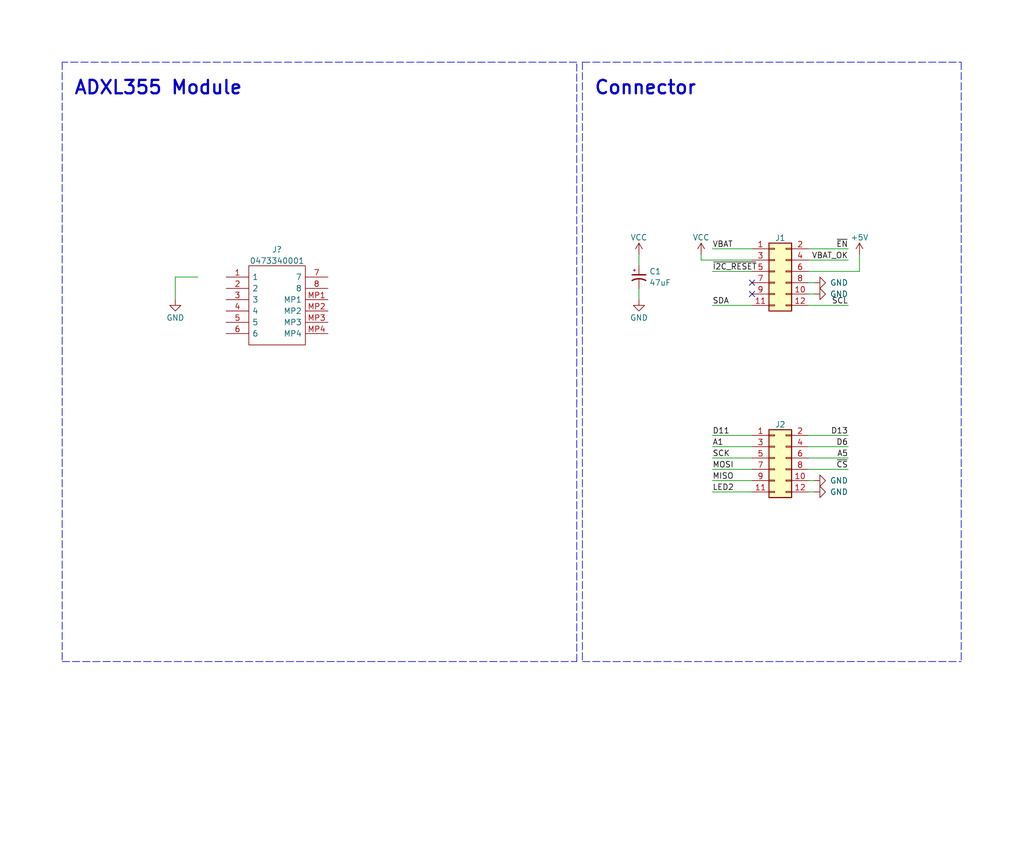
<source format=kicad_sch>
(kicad_sch (version 20211123) (generator eeschema)

  (uuid e63e39d7-6ac0-4ffd-8aa3-1841a4541b55)

  (paper "User" 229.997 194.996)

  (title_block
    (title "HexSense Svalbard - MCU module")
    (date "2023-05-25")
    (rev "V1")
    (company "MIT Media Lab")
    (comment 1 "Fangzheng Liu")
  )

  (lib_symbols
    (symbol "Connector_Generic:Conn_02x06_Odd_Even" (pin_names (offset 1.016) hide) (in_bom yes) (on_board yes)
      (property "Reference" "J" (id 0) (at 1.27 7.62 0)
        (effects (font (size 1.27 1.27)))
      )
      (property "Value" "Conn_02x06_Odd_Even" (id 1) (at 1.27 -10.16 0)
        (effects (font (size 1.27 1.27)))
      )
      (property "Footprint" "" (id 2) (at 0 0 0)
        (effects (font (size 1.27 1.27)) hide)
      )
      (property "Datasheet" "~" (id 3) (at 0 0 0)
        (effects (font (size 1.27 1.27)) hide)
      )
      (property "ki_keywords" "connector" (id 4) (at 0 0 0)
        (effects (font (size 1.27 1.27)) hide)
      )
      (property "ki_description" "Generic connector, double row, 02x06, odd/even pin numbering scheme (row 1 odd numbers, row 2 even numbers), script generated (kicad-library-utils/schlib/autogen/connector/)" (id 5) (at 0 0 0)
        (effects (font (size 1.27 1.27)) hide)
      )
      (property "ki_fp_filters" "Connector*:*_2x??_*" (id 6) (at 0 0 0)
        (effects (font (size 1.27 1.27)) hide)
      )
      (symbol "Conn_02x06_Odd_Even_1_1"
        (rectangle (start -1.27 -7.493) (end 0 -7.747)
          (stroke (width 0.1524) (type default) (color 0 0 0 0))
          (fill (type none))
        )
        (rectangle (start -1.27 -4.953) (end 0 -5.207)
          (stroke (width 0.1524) (type default) (color 0 0 0 0))
          (fill (type none))
        )
        (rectangle (start -1.27 -2.413) (end 0 -2.667)
          (stroke (width 0.1524) (type default) (color 0 0 0 0))
          (fill (type none))
        )
        (rectangle (start -1.27 0.127) (end 0 -0.127)
          (stroke (width 0.1524) (type default) (color 0 0 0 0))
          (fill (type none))
        )
        (rectangle (start -1.27 2.667) (end 0 2.413)
          (stroke (width 0.1524) (type default) (color 0 0 0 0))
          (fill (type none))
        )
        (rectangle (start -1.27 5.207) (end 0 4.953)
          (stroke (width 0.1524) (type default) (color 0 0 0 0))
          (fill (type none))
        )
        (rectangle (start -1.27 6.35) (end 3.81 -8.89)
          (stroke (width 0.254) (type default) (color 0 0 0 0))
          (fill (type background))
        )
        (rectangle (start 3.81 -7.493) (end 2.54 -7.747)
          (stroke (width 0.1524) (type default) (color 0 0 0 0))
          (fill (type none))
        )
        (rectangle (start 3.81 -4.953) (end 2.54 -5.207)
          (stroke (width 0.1524) (type default) (color 0 0 0 0))
          (fill (type none))
        )
        (rectangle (start 3.81 -2.413) (end 2.54 -2.667)
          (stroke (width 0.1524) (type default) (color 0 0 0 0))
          (fill (type none))
        )
        (rectangle (start 3.81 0.127) (end 2.54 -0.127)
          (stroke (width 0.1524) (type default) (color 0 0 0 0))
          (fill (type none))
        )
        (rectangle (start 3.81 2.667) (end 2.54 2.413)
          (stroke (width 0.1524) (type default) (color 0 0 0 0))
          (fill (type none))
        )
        (rectangle (start 3.81 5.207) (end 2.54 4.953)
          (stroke (width 0.1524) (type default) (color 0 0 0 0))
          (fill (type none))
        )
        (pin passive line (at -5.08 5.08 0) (length 3.81)
          (name "Pin_1" (effects (font (size 1.27 1.27))))
          (number "1" (effects (font (size 1.27 1.27))))
        )
        (pin passive line (at 7.62 -5.08 180) (length 3.81)
          (name "Pin_10" (effects (font (size 1.27 1.27))))
          (number "10" (effects (font (size 1.27 1.27))))
        )
        (pin passive line (at -5.08 -7.62 0) (length 3.81)
          (name "Pin_11" (effects (font (size 1.27 1.27))))
          (number "11" (effects (font (size 1.27 1.27))))
        )
        (pin passive line (at 7.62 -7.62 180) (length 3.81)
          (name "Pin_12" (effects (font (size 1.27 1.27))))
          (number "12" (effects (font (size 1.27 1.27))))
        )
        (pin passive line (at 7.62 5.08 180) (length 3.81)
          (name "Pin_2" (effects (font (size 1.27 1.27))))
          (number "2" (effects (font (size 1.27 1.27))))
        )
        (pin passive line (at -5.08 2.54 0) (length 3.81)
          (name "Pin_3" (effects (font (size 1.27 1.27))))
          (number "3" (effects (font (size 1.27 1.27))))
        )
        (pin passive line (at 7.62 2.54 180) (length 3.81)
          (name "Pin_4" (effects (font (size 1.27 1.27))))
          (number "4" (effects (font (size 1.27 1.27))))
        )
        (pin passive line (at -5.08 0 0) (length 3.81)
          (name "Pin_5" (effects (font (size 1.27 1.27))))
          (number "5" (effects (font (size 1.27 1.27))))
        )
        (pin passive line (at 7.62 0 180) (length 3.81)
          (name "Pin_6" (effects (font (size 1.27 1.27))))
          (number "6" (effects (font (size 1.27 1.27))))
        )
        (pin passive line (at -5.08 -2.54 0) (length 3.81)
          (name "Pin_7" (effects (font (size 1.27 1.27))))
          (number "7" (effects (font (size 1.27 1.27))))
        )
        (pin passive line (at 7.62 -2.54 180) (length 3.81)
          (name "Pin_8" (effects (font (size 1.27 1.27))))
          (number "8" (effects (font (size 1.27 1.27))))
        )
        (pin passive line (at -5.08 -5.08 0) (length 3.81)
          (name "Pin_9" (effects (font (size 1.27 1.27))))
          (number "9" (effects (font (size 1.27 1.27))))
        )
      )
    )
    (symbol "Device:C_Polarized_Small_US" (pin_numbers hide) (pin_names (offset 0.254) hide) (in_bom yes) (on_board yes)
      (property "Reference" "C" (id 0) (at 0.254 1.778 0)
        (effects (font (size 1.27 1.27)) (justify left))
      )
      (property "Value" "C_Polarized_Small_US" (id 1) (at 0.254 -2.032 0)
        (effects (font (size 1.27 1.27)) (justify left))
      )
      (property "Footprint" "" (id 2) (at 0 0 0)
        (effects (font (size 1.27 1.27)) hide)
      )
      (property "Datasheet" "~" (id 3) (at 0 0 0)
        (effects (font (size 1.27 1.27)) hide)
      )
      (property "ki_keywords" "cap capacitor" (id 4) (at 0 0 0)
        (effects (font (size 1.27 1.27)) hide)
      )
      (property "ki_description" "Polarized capacitor, small US symbol" (id 5) (at 0 0 0)
        (effects (font (size 1.27 1.27)) hide)
      )
      (property "ki_fp_filters" "CP_*" (id 6) (at 0 0 0)
        (effects (font (size 1.27 1.27)) hide)
      )
      (symbol "C_Polarized_Small_US_0_1"
        (polyline
          (pts
            (xy -1.524 0.508)
            (xy 1.524 0.508)
          )
          (stroke (width 0.3048) (type default) (color 0 0 0 0))
          (fill (type none))
        )
        (polyline
          (pts
            (xy -1.27 1.524)
            (xy -0.762 1.524)
          )
          (stroke (width 0) (type default) (color 0 0 0 0))
          (fill (type none))
        )
        (polyline
          (pts
            (xy -1.016 1.27)
            (xy -1.016 1.778)
          )
          (stroke (width 0) (type default) (color 0 0 0 0))
          (fill (type none))
        )
        (arc (start 1.524 -0.762) (mid 0 -0.3734) (end -1.524 -0.762)
          (stroke (width 0.3048) (type default) (color 0 0 0 0))
          (fill (type none))
        )
      )
      (symbol "C_Polarized_Small_US_1_1"
        (pin passive line (at 0 2.54 270) (length 2.032)
          (name "~" (effects (font (size 1.27 1.27))))
          (number "1" (effects (font (size 1.27 1.27))))
        )
        (pin passive line (at 0 -2.54 90) (length 2.032)
          (name "~" (effects (font (size 1.27 1.27))))
          (number "2" (effects (font (size 1.27 1.27))))
        )
      )
    )
    (symbol "SamacSys_Legacy:0473340001" (pin_names (offset 0.762)) (in_bom yes) (on_board yes)
      (property "Reference" "J" (id 0) (at 19.05 7.62 0)
        (effects (font (size 1.27 1.27)) (justify left))
      )
      (property "Value" "0473340001" (id 1) (at 19.05 5.08 0)
        (effects (font (size 1.27 1.27)) (justify left))
      )
      (property "Footprint" "0473340001" (id 2) (at 19.05 2.54 0)
        (effects (font (size 1.27 1.27)) (justify left) hide)
      )
      (property "Datasheet" "https://www.molex.com/pdm_docs/sd/473340001_sd.pdf" (id 3) (at 19.05 0 0)
        (effects (font (size 1.27 1.27)) (justify left) hide)
      )
      (property "Description" "Conn Micro SD Card HDR 8 POS 1.1mm Solder RA SMD microSD Card 0.5A/Contact T/R" (id 4) (at 19.05 -2.54 0)
        (effects (font (size 1.27 1.27)) (justify left) hide)
      )
      (property "Height" "2.03" (id 5) (at 19.05 -5.08 0)
        (effects (font (size 1.27 1.27)) (justify left) hide)
      )
      (property "Manufacturer_Name" "Molex" (id 6) (at 19.05 -7.62 0)
        (effects (font (size 1.27 1.27)) (justify left) hide)
      )
      (property "Manufacturer_Part_Number" "0473340001" (id 7) (at 19.05 -10.16 0)
        (effects (font (size 1.27 1.27)) (justify left) hide)
      )
      (property "Mouser Part Number" "N/A" (id 8) (at 19.05 -12.7 0)
        (effects (font (size 1.27 1.27)) (justify left) hide)
      )
      (property "Mouser Price/Stock" "https://www.mouser.co.uk/ProductDetail/Molex/0473340001?qs=PBcRNPEHKsq7N8s13HUHpA%3D%3D" (id 9) (at 19.05 -15.24 0)
        (effects (font (size 1.27 1.27)) (justify left) hide)
      )
      (property "Arrow Part Number" "0473340001" (id 10) (at 19.05 -17.78 0)
        (effects (font (size 1.27 1.27)) (justify left) hide)
      )
      (property "Arrow Price/Stock" "https://www.arrow.com/en/products/0473340001/molex?region=nac" (id 11) (at 19.05 -20.32 0)
        (effects (font (size 1.27 1.27)) (justify left) hide)
      )
      (property "ki_description" "Conn Micro SD Card HDR 8 POS 1.1mm Solder RA SMD microSD Card 0.5A/Contact T/R" (id 12) (at 0 0 0)
        (effects (font (size 1.27 1.27)) hide)
      )
      (symbol "0473340001_0_0"
        (pin passive line (at 0 0 0) (length 5.08)
          (name "1" (effects (font (size 1.27 1.27))))
          (number "1" (effects (font (size 1.27 1.27))))
        )
        (pin passive line (at 0 -2.54 0) (length 5.08)
          (name "2" (effects (font (size 1.27 1.27))))
          (number "2" (effects (font (size 1.27 1.27))))
        )
        (pin passive line (at 0 -5.08 0) (length 5.08)
          (name "3" (effects (font (size 1.27 1.27))))
          (number "3" (effects (font (size 1.27 1.27))))
        )
        (pin passive line (at 0 -7.62 0) (length 5.08)
          (name "4" (effects (font (size 1.27 1.27))))
          (number "4" (effects (font (size 1.27 1.27))))
        )
        (pin passive line (at 0 -10.16 0) (length 5.08)
          (name "5" (effects (font (size 1.27 1.27))))
          (number "5" (effects (font (size 1.27 1.27))))
        )
        (pin passive line (at 0 -12.7 0) (length 5.08)
          (name "6" (effects (font (size 1.27 1.27))))
          (number "6" (effects (font (size 1.27 1.27))))
        )
        (pin passive line (at 22.86 0 180) (length 5.08)
          (name "7" (effects (font (size 1.27 1.27))))
          (number "7" (effects (font (size 1.27 1.27))))
        )
        (pin passive line (at 22.86 -2.54 180) (length 5.08)
          (name "8" (effects (font (size 1.27 1.27))))
          (number "8" (effects (font (size 1.27 1.27))))
        )
        (pin passive line (at 22.86 -5.08 180) (length 5.08)
          (name "MP1" (effects (font (size 1.27 1.27))))
          (number "MP1" (effects (font (size 1.27 1.27))))
        )
        (pin passive line (at 22.86 -7.62 180) (length 5.08)
          (name "MP2" (effects (font (size 1.27 1.27))))
          (number "MP2" (effects (font (size 1.27 1.27))))
        )
        (pin passive line (at 22.86 -10.16 180) (length 5.08)
          (name "MP3" (effects (font (size 1.27 1.27))))
          (number "MP3" (effects (font (size 1.27 1.27))))
        )
        (pin passive line (at 22.86 -12.7 180) (length 5.08)
          (name "MP4" (effects (font (size 1.27 1.27))))
          (number "MP4" (effects (font (size 1.27 1.27))))
        )
      )
      (symbol "0473340001_0_1"
        (polyline
          (pts
            (xy 5.08 2.54)
            (xy 17.78 2.54)
            (xy 17.78 -15.24)
            (xy 5.08 -15.24)
            (xy 5.08 2.54)
          )
          (stroke (width 0.1524) (type default) (color 0 0 0 0))
          (fill (type none))
        )
      )
    )
    (symbol "power:+5V" (power) (pin_names (offset 0)) (in_bom yes) (on_board yes)
      (property "Reference" "#PWR" (id 0) (at 0 -3.81 0)
        (effects (font (size 1.27 1.27)) hide)
      )
      (property "Value" "+5V" (id 1) (at 0 3.556 0)
        (effects (font (size 1.27 1.27)))
      )
      (property "Footprint" "" (id 2) (at 0 0 0)
        (effects (font (size 1.27 1.27)) hide)
      )
      (property "Datasheet" "" (id 3) (at 0 0 0)
        (effects (font (size 1.27 1.27)) hide)
      )
      (property "ki_keywords" "power-flag" (id 4) (at 0 0 0)
        (effects (font (size 1.27 1.27)) hide)
      )
      (property "ki_description" "Power symbol creates a global label with name \"+5V\"" (id 5) (at 0 0 0)
        (effects (font (size 1.27 1.27)) hide)
      )
      (symbol "+5V_0_1"
        (polyline
          (pts
            (xy -0.762 1.27)
            (xy 0 2.54)
          )
          (stroke (width 0) (type default) (color 0 0 0 0))
          (fill (type none))
        )
        (polyline
          (pts
            (xy 0 0)
            (xy 0 2.54)
          )
          (stroke (width 0) (type default) (color 0 0 0 0))
          (fill (type none))
        )
        (polyline
          (pts
            (xy 0 2.54)
            (xy 0.762 1.27)
          )
          (stroke (width 0) (type default) (color 0 0 0 0))
          (fill (type none))
        )
      )
      (symbol "+5V_1_1"
        (pin power_in line (at 0 0 90) (length 0) hide
          (name "+5V" (effects (font (size 1.27 1.27))))
          (number "1" (effects (font (size 1.27 1.27))))
        )
      )
    )
    (symbol "power:GND" (power) (pin_names (offset 0)) (in_bom yes) (on_board yes)
      (property "Reference" "#PWR" (id 0) (at 0 -6.35 0)
        (effects (font (size 1.27 1.27)) hide)
      )
      (property "Value" "GND" (id 1) (at 0 -3.81 0)
        (effects (font (size 1.27 1.27)))
      )
      (property "Footprint" "" (id 2) (at 0 0 0)
        (effects (font (size 1.27 1.27)) hide)
      )
      (property "Datasheet" "" (id 3) (at 0 0 0)
        (effects (font (size 1.27 1.27)) hide)
      )
      (property "ki_keywords" "power-flag" (id 4) (at 0 0 0)
        (effects (font (size 1.27 1.27)) hide)
      )
      (property "ki_description" "Power symbol creates a global label with name \"GND\" , ground" (id 5) (at 0 0 0)
        (effects (font (size 1.27 1.27)) hide)
      )
      (symbol "GND_0_1"
        (polyline
          (pts
            (xy 0 0)
            (xy 0 -1.27)
            (xy 1.27 -1.27)
            (xy 0 -2.54)
            (xy -1.27 -1.27)
            (xy 0 -1.27)
          )
          (stroke (width 0) (type default) (color 0 0 0 0))
          (fill (type none))
        )
      )
      (symbol "GND_1_1"
        (pin power_in line (at 0 0 270) (length 0) hide
          (name "GND" (effects (font (size 1.27 1.27))))
          (number "1" (effects (font (size 1.27 1.27))))
        )
      )
    )
    (symbol "power:VCC" (power) (pin_names (offset 0)) (in_bom yes) (on_board yes)
      (property "Reference" "#PWR" (id 0) (at 0 -3.81 0)
        (effects (font (size 1.27 1.27)) hide)
      )
      (property "Value" "VCC" (id 1) (at 0 3.81 0)
        (effects (font (size 1.27 1.27)))
      )
      (property "Footprint" "" (id 2) (at 0 0 0)
        (effects (font (size 1.27 1.27)) hide)
      )
      (property "Datasheet" "" (id 3) (at 0 0 0)
        (effects (font (size 1.27 1.27)) hide)
      )
      (property "ki_keywords" "power-flag" (id 4) (at 0 0 0)
        (effects (font (size 1.27 1.27)) hide)
      )
      (property "ki_description" "Power symbol creates a global label with name \"VCC\"" (id 5) (at 0 0 0)
        (effects (font (size 1.27 1.27)) hide)
      )
      (symbol "VCC_0_1"
        (polyline
          (pts
            (xy -0.762 1.27)
            (xy 0 2.54)
          )
          (stroke (width 0) (type default) (color 0 0 0 0))
          (fill (type none))
        )
        (polyline
          (pts
            (xy 0 0)
            (xy 0 2.54)
          )
          (stroke (width 0) (type default) (color 0 0 0 0))
          (fill (type none))
        )
        (polyline
          (pts
            (xy 0 2.54)
            (xy 0.762 1.27)
          )
          (stroke (width 0) (type default) (color 0 0 0 0))
          (fill (type none))
        )
      )
      (symbol "VCC_1_1"
        (pin power_in line (at 0 0 90) (length 0) hide
          (name "VCC" (effects (font (size 1.27 1.27))))
          (number "1" (effects (font (size 1.27 1.27))))
        )
      )
    )
  )


  (no_connect (at 168.91 63.5) (uuid 2f1bd44e-32d5-43ab-b277-fdf842f35dd6))
  (no_connect (at 168.91 66.04) (uuid 2f1bd44e-32d5-43ab-b277-fdf842f35dd7))

  (wire (pts (xy 160.02 107.95) (xy 168.91 107.95))
    (stroke (width 0) (type default) (color 0 0 0 0))
    (uuid 0fa9183f-5369-426b-9498-5645797922df)
  )
  (wire (pts (xy 143.51 64.77) (xy 143.51 67.31))
    (stroke (width 0) (type default) (color 0 0 0 0))
    (uuid 16dcf32f-7580-4382-a7dc-620372c0d9ab)
  )
  (wire (pts (xy 193.04 60.96) (xy 193.04 57.15))
    (stroke (width 0) (type default) (color 0 0 0 0))
    (uuid 1701e939-2a6c-4185-9428-4d71b6f2b400)
  )
  (wire (pts (xy 39.37 62.23) (xy 44.45 62.23))
    (stroke (width 0) (type default) (color 0 0 0 0))
    (uuid 1d1828e0-ef6a-4d62-86f7-04de80195c59)
  )
  (wire (pts (xy 181.61 107.95) (xy 182.88 107.95))
    (stroke (width 0) (type default) (color 0 0 0 0))
    (uuid 1d632da4-c543-4d80-b642-0354a56e2d07)
  )
  (wire (pts (xy 181.61 66.04) (xy 182.88 66.04))
    (stroke (width 0) (type default) (color 0 0 0 0))
    (uuid 22bff00e-e419-4092-a2b8-c1f232a8e641)
  )
  (wire (pts (xy 160.02 55.88) (xy 168.91 55.88))
    (stroke (width 0) (type default) (color 0 0 0 0))
    (uuid 3367972f-528d-4624-89f4-0b3b2f6850f4)
  )
  (polyline (pts (xy 129.54 148.59) (xy 129.54 13.97))
    (stroke (width 0) (type default) (color 0 0 0 0))
    (uuid 35eab331-86c6-4cb6-9184-78f5a185c17a)
  )

  (wire (pts (xy 160.02 68.58) (xy 168.91 68.58))
    (stroke (width 0) (type default) (color 0 0 0 0))
    (uuid 5644d770-110b-4322-a561-85e83bfe8b36)
  )
  (polyline (pts (xy 130.81 13.97) (xy 130.81 148.59))
    (stroke (width 0) (type default) (color 0 0 0 0))
    (uuid 5bebda4e-b5da-48c2-ac93-396c4bf2e3fd)
  )

  (wire (pts (xy 181.61 105.41) (xy 190.5 105.41))
    (stroke (width 0) (type default) (color 0 0 0 0))
    (uuid 640f9653-4ed5-42e7-bbea-eab563e0845a)
  )
  (wire (pts (xy 39.37 67.31) (xy 39.37 62.23))
    (stroke (width 0) (type default) (color 0 0 0 0))
    (uuid 7cfb6280-7b79-495c-8176-08dad93c3f74)
  )
  (polyline (pts (xy 130.81 13.97) (xy 215.9 13.97))
    (stroke (width 0) (type default) (color 0 0 0 0))
    (uuid 87e5f432-bb64-491c-8ee2-a5cebd1952e2)
  )

  (wire (pts (xy 181.61 97.79) (xy 190.5 97.79))
    (stroke (width 0) (type default) (color 0 0 0 0))
    (uuid 885e6c63-c79d-42e9-b6d0-2a7504f5ceb0)
  )
  (wire (pts (xy 181.61 55.88) (xy 190.5 55.88))
    (stroke (width 0) (type default) (color 0 0 0 0))
    (uuid a77c3986-b378-46c6-afe3-f8cddd34e442)
  )
  (wire (pts (xy 181.61 102.87) (xy 190.5 102.87))
    (stroke (width 0) (type default) (color 0 0 0 0))
    (uuid b714ccda-473d-49a2-8647-2e3451ae4af3)
  )
  (wire (pts (xy 160.02 105.41) (xy 168.91 105.41))
    (stroke (width 0) (type default) (color 0 0 0 0))
    (uuid b800fd66-f8b2-4a8f-8179-bef154ad4388)
  )
  (wire (pts (xy 181.61 58.42) (xy 190.5 58.42))
    (stroke (width 0) (type default) (color 0 0 0 0))
    (uuid beebf9aa-51a4-4d3a-8987-b0152db26238)
  )
  (wire (pts (xy 181.61 110.49) (xy 182.88 110.49))
    (stroke (width 0) (type default) (color 0 0 0 0))
    (uuid bfe5a673-1e36-4a91-9395-3214380a9c9e)
  )
  (wire (pts (xy 181.61 68.58) (xy 190.5 68.58))
    (stroke (width 0) (type default) (color 0 0 0 0))
    (uuid c1eefc4b-76f4-40c3-b933-ab586706af53)
  )
  (wire (pts (xy 157.48 58.42) (xy 168.91 58.42))
    (stroke (width 0) (type default) (color 0 0 0 0))
    (uuid c4834d81-f22e-4543-ac7e-e294dc90c293)
  )
  (polyline (pts (xy 13.97 13.97) (xy 13.97 148.59))
    (stroke (width 0) (type default) (color 0 0 0 0))
    (uuid c50735f4-6020-400c-a452-2ae81a0d9fc9)
  )

  (wire (pts (xy 157.48 57.15) (xy 157.48 58.42))
    (stroke (width 0) (type default) (color 0 0 0 0))
    (uuid c58b63bb-5fad-497c-a5b0-5d27c9481220)
  )
  (wire (pts (xy 160.02 110.49) (xy 168.91 110.49))
    (stroke (width 0) (type default) (color 0 0 0 0))
    (uuid c5a5306e-835a-4857-a54d-52666a5e97e5)
  )
  (wire (pts (xy 181.61 63.5) (xy 182.88 63.5))
    (stroke (width 0) (type default) (color 0 0 0 0))
    (uuid c78dfecd-9bbd-4662-b3cf-1de3a4cb4c20)
  )
  (wire (pts (xy 143.51 57.15) (xy 143.51 59.69))
    (stroke (width 0) (type default) (color 0 0 0 0))
    (uuid cb446f24-6e4f-4857-8494-c290a671a94f)
  )
  (wire (pts (xy 181.61 60.96) (xy 193.04 60.96))
    (stroke (width 0) (type default) (color 0 0 0 0))
    (uuid d0743969-cee8-4bc9-a1b3-365d533d720f)
  )
  (wire (pts (xy 181.61 100.33) (xy 190.5 100.33))
    (stroke (width 0) (type default) (color 0 0 0 0))
    (uuid d3ceafe9-21fe-40d6-96ff-2b41c0e51db7)
  )
  (polyline (pts (xy 129.54 13.97) (xy 13.97 13.97))
    (stroke (width 0) (type default) (color 0 0 0 0))
    (uuid e0d41972-4853-44c3-b56e-2e6e5e611045)
  )

  (wire (pts (xy 160.02 60.96) (xy 168.91 60.96))
    (stroke (width 0) (type default) (color 0 0 0 0))
    (uuid f0d73c50-92e8-4b97-a2e7-897738ec266d)
  )
  (polyline (pts (xy 215.9 13.97) (xy 215.9 148.59))
    (stroke (width 0) (type default) (color 0 0 0 0))
    (uuid f3d7fa48-431a-4b3f-97d9-b88d92b44bad)
  )

  (wire (pts (xy 160.02 97.79) (xy 168.91 97.79))
    (stroke (width 0) (type default) (color 0 0 0 0))
    (uuid f3f91864-7639-425e-a447-c9c5efe1dc4c)
  )
  (wire (pts (xy 160.02 100.33) (xy 168.91 100.33))
    (stroke (width 0) (type default) (color 0 0 0 0))
    (uuid f41f8392-40ca-4efc-87ae-4f4c1e90357c)
  )
  (wire (pts (xy 160.02 102.87) (xy 168.91 102.87))
    (stroke (width 0) (type default) (color 0 0 0 0))
    (uuid f9c292e5-c6ed-478b-b8e1-da89018080ce)
  )
  (polyline (pts (xy 13.97 148.59) (xy 129.54 148.59))
    (stroke (width 0) (type default) (color 0 0 0 0))
    (uuid f9edafc5-53e1-4c43-8957-d21f40780481)
  )
  (polyline (pts (xy 130.81 148.59) (xy 215.9 148.59))
    (stroke (width 0) (type default) (color 0 0 0 0))
    (uuid feacfcb0-6b03-43d4-a28a-5a550a573217)
  )

  (text "ADXL355 Module" (at 16.51 21.59 0)
    (effects (font (size 3 3) (thickness 0.508) bold) (justify left bottom))
    (uuid 2bcf2398-81f3-4114-ae64-1b97f6217a90)
  )
  (text "Connector" (at 133.35 21.59 0)
    (effects (font (size 3 3) (thickness 0.508) bold) (justify left bottom))
    (uuid 98beb101-a225-4bb4-8ab1-1ade8805a442)
  )

  (label "D6" (at 190.5 100.33 180)
    (effects (font (size 1.27 1.27)) (justify right bottom))
    (uuid 512eb551-e759-4907-8d91-7851a993543e)
  )
  (label "~{EN}" (at 190.5 55.88 180)
    (effects (font (size 1.27 1.27)) (justify right bottom))
    (uuid 5ca16bdb-9d6b-42a1-b6d5-ced6d40dbb40)
  )
  (label "D13" (at 190.5 97.79 180)
    (effects (font (size 1.27 1.27)) (justify right bottom))
    (uuid 75ba5d81-138b-449a-ada2-797299d653eb)
  )
  (label "~{CS}" (at 190.5 105.41 180)
    (effects (font (size 1.27 1.27)) (justify right bottom))
    (uuid 8422435f-de89-4367-9766-718635b14e2b)
  )
  (label "LED2" (at 160.02 110.49 0)
    (effects (font (size 1.27 1.27)) (justify left bottom))
    (uuid 857f5d45-6cbf-47f0-8f00-f1dc5390e57f)
  )
  (label "VBAT" (at 160.02 55.88 0)
    (effects (font (size 1.27 1.27)) (justify left bottom))
    (uuid 8caed229-877e-4ee1-aa34-e339fd278f8d)
  )
  (label "A1" (at 160.02 100.33 0)
    (effects (font (size 1.27 1.27)) (justify left bottom))
    (uuid a175f85d-eb0c-41f5-a419-44db2be454cb)
  )
  (label "VBAT_OK" (at 190.5 58.42 180)
    (effects (font (size 1.27 1.27)) (justify right bottom))
    (uuid a2087542-ce6f-418d-af18-feeecd67ad58)
  )
  (label "~{I2C_RESET}" (at 160.02 60.96 0)
    (effects (font (size 1.27 1.27)) (justify left bottom))
    (uuid acce2396-cc0f-49b8-9df3-4bee59c4dbf0)
  )
  (label "D11" (at 160.02 97.79 0)
    (effects (font (size 1.27 1.27)) (justify left bottom))
    (uuid ae02a426-d072-4589-9326-8df3961e6e58)
  )
  (label "SCK" (at 160.02 102.87 0)
    (effects (font (size 1.27 1.27)) (justify left bottom))
    (uuid ae86607a-3c4d-40d9-a217-4f8618114f41)
  )
  (label "A5" (at 190.5 102.87 180)
    (effects (font (size 1.27 1.27)) (justify right bottom))
    (uuid bb1dbaea-5c64-447f-9bff-9914a70df7be)
  )
  (label "SDA" (at 160.02 68.58 0)
    (effects (font (size 1.27 1.27)) (justify left bottom))
    (uuid cd723087-d0b9-4b16-ab67-fa0208eeb466)
  )
  (label "MISO" (at 160.02 107.95 0)
    (effects (font (size 1.27 1.27)) (justify left bottom))
    (uuid d83a50e1-8841-4812-b4ec-1db5a9384ca5)
  )
  (label "MOSI" (at 160.02 105.41 0)
    (effects (font (size 1.27 1.27)) (justify left bottom))
    (uuid eb8d91a0-d563-4d61-b1ec-9aa9ba7e0e68)
  )
  (label "SCL" (at 190.5 68.58 180)
    (effects (font (size 1.27 1.27)) (justify right bottom))
    (uuid f66d2961-192f-4741-ac8f-3f81d2d455da)
  )

  (symbol (lib_id "power:+5V") (at 193.04 57.15 0) (unit 1)
    (in_bom yes) (on_board yes)
    (uuid 077154ae-63ba-4e17-937b-11d800213d20)
    (property "Reference" "#PWR0123" (id 0) (at 193.04 60.96 0)
      (effects (font (size 1.27 1.27)) hide)
    )
    (property "Value" "+5V" (id 1) (at 191.008 53.34 0)
      (effects (font (size 1.27 1.27)) (justify left))
    )
    (property "Footprint" "" (id 2) (at 193.04 57.15 0)
      (effects (font (size 1.27 1.27)) hide)
    )
    (property "Datasheet" "" (id 3) (at 193.04 57.15 0)
      (effects (font (size 1.27 1.27)) hide)
    )
    (pin "1" (uuid 48d1bfa4-5e4a-45d3-b101-1d516d816429))
  )

  (symbol (lib_id "power:VCC") (at 143.51 57.15 0) (unit 1)
    (in_bom yes) (on_board yes)
    (uuid 21a79b71-cf76-4427-aaa1-4ac76f132939)
    (property "Reference" "#PWR0103" (id 0) (at 143.51 60.96 0)
      (effects (font (size 1.27 1.27)) hide)
    )
    (property "Value" "VCC" (id 1) (at 145.415 53.34 0)
      (effects (font (size 1.27 1.27)) (justify right))
    )
    (property "Footprint" "" (id 2) (at 143.51 57.15 0)
      (effects (font (size 1.27 1.27)) hide)
    )
    (property "Datasheet" "" (id 3) (at 143.51 57.15 0)
      (effects (font (size 1.27 1.27)) hide)
    )
    (pin "1" (uuid b72e706a-fef6-49dd-a2e8-78c2142c1616))
  )

  (symbol (lib_id "power:GND") (at 182.88 63.5 90) (unit 1)
    (in_bom yes) (on_board yes)
    (uuid 3d791a93-1cfb-4db2-91b3-8fa12873fe3b)
    (property "Reference" "#PWR0131" (id 0) (at 189.23 63.5 0)
      (effects (font (size 1.27 1.27)) hide)
    )
    (property "Value" "GND" (id 1) (at 190.5 63.5 90)
      (effects (font (size 1.27 1.27)) (justify left))
    )
    (property "Footprint" "" (id 2) (at 182.88 63.5 0)
      (effects (font (size 1.27 1.27)) hide)
    )
    (property "Datasheet" "" (id 3) (at 182.88 63.5 0)
      (effects (font (size 1.27 1.27)) hide)
    )
    (pin "1" (uuid 3ade5763-05f0-4356-90bf-20ab5cc2d905))
  )

  (symbol (lib_id "SamacSys_Legacy:0473340001") (at 50.8 62.23 0) (unit 1)
    (in_bom yes) (on_board yes) (fields_autoplaced)
    (uuid 4bd4e031-a380-4b97-a2bb-6ffdefb95376)
    (property "Reference" "J?" (id 0) (at 62.23 56.041 0))
    (property "Value" "0473340001" (id 1) (at 62.23 58.5779 0))
    (property "Footprint" "0473340001" (id 2) (at 69.85 59.69 0)
      (effects (font (size 1.27 1.27)) (justify left) hide)
    )
    (property "Datasheet" "https://www.molex.com/pdm_docs/sd/473340001_sd.pdf" (id 3) (at 69.85 62.23 0)
      (effects (font (size 1.27 1.27)) (justify left) hide)
    )
    (property "Description" "Conn Micro SD Card HDR 8 POS 1.1mm Solder RA SMD microSD Card 0.5A/Contact T/R" (id 4) (at 69.85 64.77 0)
      (effects (font (size 1.27 1.27)) (justify left) hide)
    )
    (property "Height" "2.03" (id 5) (at 69.85 67.31 0)
      (effects (font (size 1.27 1.27)) (justify left) hide)
    )
    (property "Manufacturer_Name" "Molex" (id 6) (at 69.85 69.85 0)
      (effects (font (size 1.27 1.27)) (justify left) hide)
    )
    (property "Manufacturer_Part_Number" "0473340001" (id 7) (at 69.85 72.39 0)
      (effects (font (size 1.27 1.27)) (justify left) hide)
    )
    (property "Mouser Part Number" "N/A" (id 8) (at 69.85 74.93 0)
      (effects (font (size 1.27 1.27)) (justify left) hide)
    )
    (property "Mouser Price/Stock" "https://www.mouser.co.uk/ProductDetail/Molex/0473340001?qs=PBcRNPEHKsq7N8s13HUHpA%3D%3D" (id 9) (at 69.85 77.47 0)
      (effects (font (size 1.27 1.27)) (justify left) hide)
    )
    (property "Arrow Part Number" "0473340001" (id 10) (at 69.85 80.01 0)
      (effects (font (size 1.27 1.27)) (justify left) hide)
    )
    (property "Arrow Price/Stock" "https://www.arrow.com/en/products/0473340001/molex?region=nac" (id 11) (at 69.85 82.55 0)
      (effects (font (size 1.27 1.27)) (justify left) hide)
    )
    (pin "1" (uuid 69e98363-2df6-486f-9ff7-2297d6bfd083))
    (pin "2" (uuid 85c22c96-8aa9-4729-b651-96556c3913e3))
    (pin "3" (uuid f70c27a4-0610-4bf3-81ca-cf27821e70a7))
    (pin "4" (uuid ecd63aa9-c0bc-4c36-8bc9-03b8eab6ad59))
    (pin "5" (uuid 43f74e43-55b7-4fe9-8c02-54741cb68671))
    (pin "6" (uuid 054863d5-7e10-41d4-a646-2a858ec7ceff))
    (pin "7" (uuid 3d5b62d6-49aa-432f-a5c6-cbb1891b0055))
    (pin "8" (uuid 58017232-9d7d-49d5-9831-e20babc97c1a))
    (pin "MP1" (uuid 8bb178d5-a2ca-4502-8601-3d181150c3b6))
    (pin "MP2" (uuid b849c879-8aa2-4aef-88eb-e2294cabc69f))
    (pin "MP3" (uuid 610ff452-4197-4517-81ff-20199023d33e))
    (pin "MP4" (uuid 809f70fd-374c-4d5c-9cab-d8e44fa2006c))
  )

  (symbol (lib_id "power:GND") (at 143.51 67.31 0) (unit 1)
    (in_bom yes) (on_board yes)
    (uuid 81f92f94-905d-4d4a-b9b1-d3e4eb867366)
    (property "Reference" "#PWR0104" (id 0) (at 143.51 73.66 0)
      (effects (font (size 1.27 1.27)) hide)
    )
    (property "Value" "GND" (id 1) (at 141.478 71.374 0)
      (effects (font (size 1.27 1.27)) (justify left))
    )
    (property "Footprint" "" (id 2) (at 143.51 67.31 0)
      (effects (font (size 1.27 1.27)) hide)
    )
    (property "Datasheet" "" (id 3) (at 143.51 67.31 0)
      (effects (font (size 1.27 1.27)) hide)
    )
    (pin "1" (uuid 263edeb8-f71c-4029-9c72-8accc72104cf))
  )

  (symbol (lib_id "power:GND") (at 182.88 110.49 90) (unit 1)
    (in_bom yes) (on_board yes)
    (uuid a2025b95-4a5d-4f9a-8a4b-be313bd1c08a)
    (property "Reference" "#PWR0125" (id 0) (at 189.23 110.49 0)
      (effects (font (size 1.27 1.27)) hide)
    )
    (property "Value" "GND" (id 1) (at 190.5 110.49 90)
      (effects (font (size 1.27 1.27)) (justify left))
    )
    (property "Footprint" "" (id 2) (at 182.88 110.49 0)
      (effects (font (size 1.27 1.27)) hide)
    )
    (property "Datasheet" "" (id 3) (at 182.88 110.49 0)
      (effects (font (size 1.27 1.27)) hide)
    )
    (pin "1" (uuid 5e6c863e-abe8-41fb-b4eb-440645e62c98))
  )

  (symbol (lib_id "power:GND") (at 39.37 67.31 0) (unit 1)
    (in_bom yes) (on_board yes)
    (uuid ae0aa6fa-5a30-415e-a8c0-a24e3478742e)
    (property "Reference" "#PWR0101" (id 0) (at 39.37 73.66 0)
      (effects (font (size 1.27 1.27)) hide)
    )
    (property "Value" "GND" (id 1) (at 37.338 71.374 0)
      (effects (font (size 1.27 1.27)) (justify left))
    )
    (property "Footprint" "" (id 2) (at 39.37 67.31 0)
      (effects (font (size 1.27 1.27)) hide)
    )
    (property "Datasheet" "" (id 3) (at 39.37 67.31 0)
      (effects (font (size 1.27 1.27)) hide)
    )
    (pin "1" (uuid 011178d6-4025-413b-baf9-cf0b6cfe3bd2))
  )

  (symbol (lib_id "Connector_Generic:Conn_02x06_Odd_Even") (at 173.99 60.96 0) (unit 1)
    (in_bom yes) (on_board yes) (fields_autoplaced)
    (uuid c386bdec-db56-4cdc-95ab-3b7cb75b27b7)
    (property "Reference" "J1" (id 0) (at 175.26 53.4472 0))
    (property "Value" "Conn_02x06_Odd_Even" (id 1) (at 175.26 53.4471 0)
      (effects (font (size 1.27 1.27)) hide)
    )
    (property "Footprint" "Connector_PinHeader_2.54mm:PinHeader_2x06_P2.54mm_Vertical" (id 2) (at 173.99 60.96 0)
      (effects (font (size 1.27 1.27)) hide)
    )
    (property "Datasheet" "~" (id 3) (at 173.99 60.96 0)
      (effects (font (size 1.27 1.27)) hide)
    )
    (pin "1" (uuid 0a1a4990-8479-4185-8afb-36b478492a41))
    (pin "10" (uuid 0ebe1bf8-94e1-4a99-b976-3001b99dc87f))
    (pin "11" (uuid a70a9cf8-3edb-4508-a4cd-62108162141f))
    (pin "12" (uuid 0886a30f-e41f-4ac8-9539-5aec9d57bb3c))
    (pin "2" (uuid 59a89543-b4f1-43e5-8323-ad6b0255130b))
    (pin "3" (uuid 5904525e-cf10-41ca-ab9e-2230d5b553f7))
    (pin "4" (uuid cd4fb11d-eeaf-4534-8bd2-5998f70f4a20))
    (pin "5" (uuid 4a49ca30-9033-41cf-b8ec-cbd21b87abc6))
    (pin "6" (uuid 363963ae-47b2-4b97-8277-658870d876c3))
    (pin "7" (uuid 124b604e-a35c-42da-90a3-9364e177b789))
    (pin "8" (uuid a96c3336-7f1a-420b-8e44-76288db91019))
    (pin "9" (uuid 736dfeb7-d609-4343-8bc3-2d0e604fec24))
  )

  (symbol (lib_id "Connector_Generic:Conn_02x06_Odd_Even") (at 173.99 102.87 0) (unit 1)
    (in_bom yes) (on_board yes) (fields_autoplaced)
    (uuid da67eb8f-d190-4853-9bcd-13c3f8d95049)
    (property "Reference" "J2" (id 0) (at 175.26 95.3572 0))
    (property "Value" "Conn_02x06_Odd_Even" (id 1) (at 175.26 95.3571 0)
      (effects (font (size 1.27 1.27)) hide)
    )
    (property "Footprint" "Connector_PinHeader_2.54mm:PinHeader_2x06_P2.54mm_Vertical" (id 2) (at 173.99 102.87 0)
      (effects (font (size 1.27 1.27)) hide)
    )
    (property "Datasheet" "~" (id 3) (at 173.99 102.87 0)
      (effects (font (size 1.27 1.27)) hide)
    )
    (pin "1" (uuid cc5da0b4-8759-4b8a-8123-2193a4024984))
    (pin "10" (uuid 55393fe3-900d-4ea8-ad24-187fed22e2f0))
    (pin "11" (uuid dea36dd6-302b-4bfa-bfb7-360d90ee3ac9))
    (pin "12" (uuid d4ec086d-c2b2-49b4-931a-ab4558d408a6))
    (pin "2" (uuid 455c3bba-8004-4dd3-8b8d-68cfb76c0011))
    (pin "3" (uuid e69b097a-6955-4bbe-a8ff-888f3240d657))
    (pin "4" (uuid 0b77edfb-0f1c-4401-806f-41c5dc703c15))
    (pin "5" (uuid 00b4a912-cf23-4ccd-808f-176624efe9a6))
    (pin "6" (uuid 6c2d6412-61b7-46e9-8450-c31f35bb4b78))
    (pin "7" (uuid e62fc767-8830-42bc-9d56-bb1528fccb6c))
    (pin "8" (uuid afc1acd8-49cf-458c-9c0b-b1863439490a))
    (pin "9" (uuid 2548c587-7588-4529-b7ad-54df09e2fa0a))
  )

  (symbol (lib_id "power:VCC") (at 157.48 57.15 0) (unit 1)
    (in_bom yes) (on_board yes)
    (uuid e3e96f33-6ea0-4b18-a389-b593e14feda5)
    (property "Reference" "#PWR0122" (id 0) (at 157.48 60.96 0)
      (effects (font (size 1.27 1.27)) hide)
    )
    (property "Value" "VCC" (id 1) (at 159.385 53.34 0)
      (effects (font (size 1.27 1.27)) (justify right))
    )
    (property "Footprint" "" (id 2) (at 157.48 57.15 0)
      (effects (font (size 1.27 1.27)) hide)
    )
    (property "Datasheet" "" (id 3) (at 157.48 57.15 0)
      (effects (font (size 1.27 1.27)) hide)
    )
    (pin "1" (uuid e1cbe065-994c-4870-8fbd-dcdd3d7256b8))
  )

  (symbol (lib_id "Device:C_Polarized_Small_US") (at 143.51 62.23 0) (unit 1)
    (in_bom yes) (on_board yes) (fields_autoplaced)
    (uuid f5b4ce4d-def8-4915-8a86-89895aacbc57)
    (property "Reference" "C1" (id 0) (at 145.8214 60.9635 0)
      (effects (font (size 1.27 1.27)) (justify left))
    )
    (property "Value" "47uF" (id 1) (at 145.8214 63.5004 0)
      (effects (font (size 1.27 1.27)) (justify left))
    )
    (property "Footprint" "LED_SMD:LED_0805_2012Metric_Pad1.15x1.40mm_HandSolder" (id 2) (at 143.51 62.23 0)
      (effects (font (size 1.27 1.27)) hide)
    )
    (property "Datasheet" "~" (id 3) (at 143.51 62.23 0)
      (effects (font (size 1.27 1.27)) hide)
    )
    (pin "1" (uuid dc8160a1-ac3f-485e-a679-c2365bfd12ff))
    (pin "2" (uuid 5dff6cde-4bfb-46a6-ba9b-70314c90b835))
  )

  (symbol (lib_id "power:GND") (at 182.88 107.95 90) (unit 1)
    (in_bom yes) (on_board yes)
    (uuid f7d4b58e-340d-4125-80bb-c9dd45ceb7de)
    (property "Reference" "#PWR0132" (id 0) (at 189.23 107.95 0)
      (effects (font (size 1.27 1.27)) hide)
    )
    (property "Value" "GND" (id 1) (at 190.5 107.95 90)
      (effects (font (size 1.27 1.27)) (justify left))
    )
    (property "Footprint" "" (id 2) (at 182.88 107.95 0)
      (effects (font (size 1.27 1.27)) hide)
    )
    (property "Datasheet" "" (id 3) (at 182.88 107.95 0)
      (effects (font (size 1.27 1.27)) hide)
    )
    (pin "1" (uuid 530719e3-c571-4201-98f6-c65668e98f83))
  )

  (symbol (lib_id "power:GND") (at 182.88 66.04 90) (unit 1)
    (in_bom yes) (on_board yes)
    (uuid f9057607-2bbf-4215-b4d0-1a31680f7db1)
    (property "Reference" "#PWR0130" (id 0) (at 189.23 66.04 0)
      (effects (font (size 1.27 1.27)) hide)
    )
    (property "Value" "GND" (id 1) (at 190.5 66.04 90)
      (effects (font (size 1.27 1.27)) (justify left))
    )
    (property "Footprint" "" (id 2) (at 182.88 66.04 0)
      (effects (font (size 1.27 1.27)) hide)
    )
    (property "Datasheet" "" (id 3) (at 182.88 66.04 0)
      (effects (font (size 1.27 1.27)) hide)
    )
    (pin "1" (uuid 5d2c67a9-793a-4eca-9710-748a03196e9c))
  )

  (sheet_instances
    (path "/" (page "1"))
  )

  (symbol_instances
    (path "/ae0aa6fa-5a30-415e-a8c0-a24e3478742e"
      (reference "#PWR0101") (unit 1) (value "GND") (footprint "")
    )
    (path "/21a79b71-cf76-4427-aaa1-4ac76f132939"
      (reference "#PWR0103") (unit 1) (value "VCC") (footprint "")
    )
    (path "/81f92f94-905d-4d4a-b9b1-d3e4eb867366"
      (reference "#PWR0104") (unit 1) (value "GND") (footprint "")
    )
    (path "/e3e96f33-6ea0-4b18-a389-b593e14feda5"
      (reference "#PWR0122") (unit 1) (value "VCC") (footprint "")
    )
    (path "/077154ae-63ba-4e17-937b-11d800213d20"
      (reference "#PWR0123") (unit 1) (value "+5V") (footprint "")
    )
    (path "/a2025b95-4a5d-4f9a-8a4b-be313bd1c08a"
      (reference "#PWR0125") (unit 1) (value "GND") (footprint "")
    )
    (path "/f9057607-2bbf-4215-b4d0-1a31680f7db1"
      (reference "#PWR0130") (unit 1) (value "GND") (footprint "")
    )
    (path "/3d791a93-1cfb-4db2-91b3-8fa12873fe3b"
      (reference "#PWR0131") (unit 1) (value "GND") (footprint "")
    )
    (path "/f7d4b58e-340d-4125-80bb-c9dd45ceb7de"
      (reference "#PWR0132") (unit 1) (value "GND") (footprint "")
    )
    (path "/f5b4ce4d-def8-4915-8a86-89895aacbc57"
      (reference "C1") (unit 1) (value "47uF") (footprint "LED_SMD:LED_0805_2012Metric_Pad1.15x1.40mm_HandSolder")
    )
    (path "/c386bdec-db56-4cdc-95ab-3b7cb75b27b7"
      (reference "J1") (unit 1) (value "Conn_02x06_Odd_Even") (footprint "Connector_PinHeader_2.54mm:PinHeader_2x06_P2.54mm_Vertical")
    )
    (path "/da67eb8f-d190-4853-9bcd-13c3f8d95049"
      (reference "J2") (unit 1) (value "Conn_02x06_Odd_Even") (footprint "Connector_PinHeader_2.54mm:PinHeader_2x06_P2.54mm_Vertical")
    )
    (path "/4bd4e031-a380-4b97-a2bb-6ffdefb95376"
      (reference "J?") (unit 1) (value "0473340001") (footprint "0473340001")
    )
  )
)

</source>
